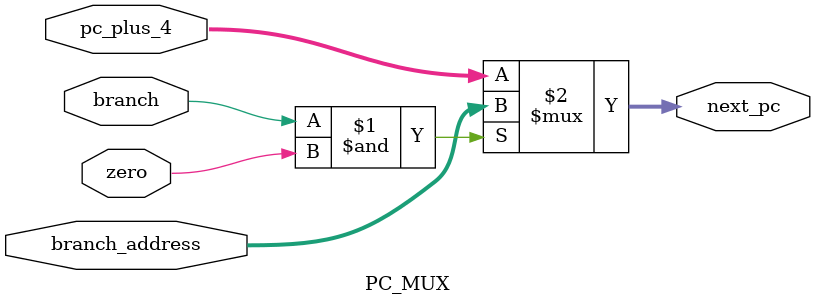
<source format=v>
module PC_MUX(pc_plus_4, branch_address, branch, zero, next_pc);
    input [31:0] pc_plus_4;
    input [31:0] branch_address;
    input branch;
    input zero;
    output [31:0] next_pc;

    assign next_pc = (branch & zero) ? branch_address : pc_plus_4;
endmodule

</source>
